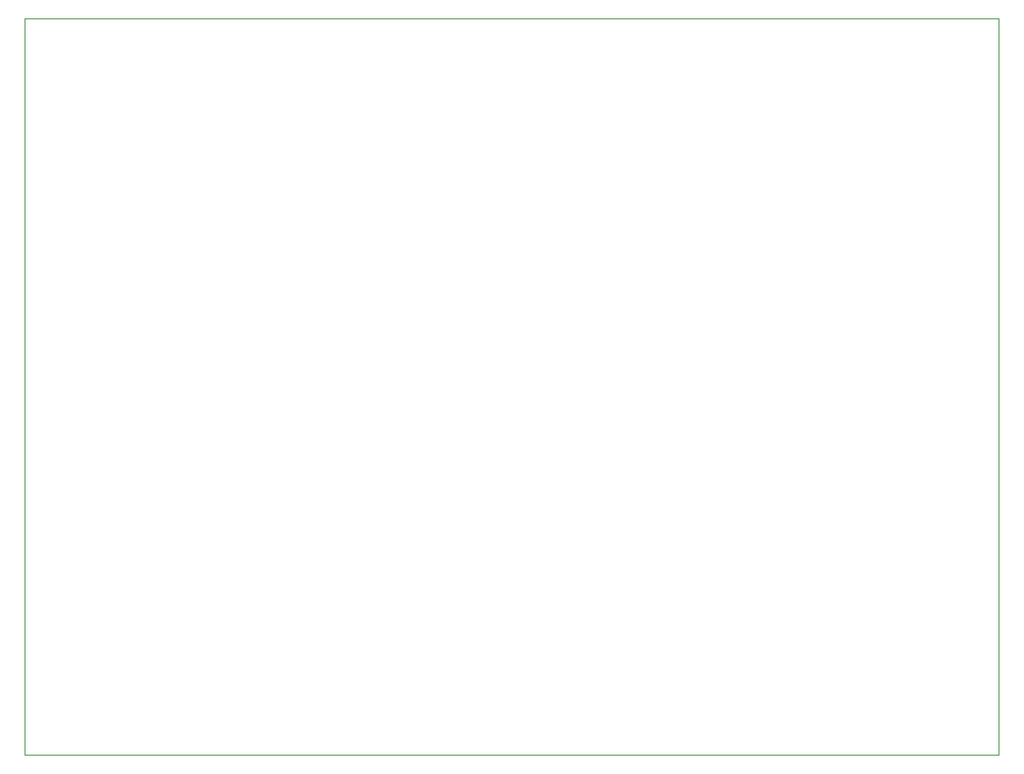
<source format=gbr>
%TF.GenerationSoftware,KiCad,Pcbnew,(5.1.6)-1*%
%TF.CreationDate,2020-10-31T17:29:23-04:00*%
%TF.ProjectId,controlboard,636f6e74-726f-46c6-926f-6172642e6b69,rev?*%
%TF.SameCoordinates,Original*%
%TF.FileFunction,Profile,NP*%
%FSLAX46Y46*%
G04 Gerber Fmt 4.6, Leading zero omitted, Abs format (unit mm)*
G04 Created by KiCad (PCBNEW (5.1.6)-1) date 2020-10-31 17:29:23*
%MOMM*%
%LPD*%
G01*
G04 APERTURE LIST*
%TA.AperFunction,Profile*%
%ADD10C,0.100000*%
%TD*%
G04 APERTURE END LIST*
D10*
X101600000Y-10160000D02*
X101600000Y-81280000D01*
X7620000Y-10160000D02*
X101600000Y-10160000D01*
X7620000Y-81280000D02*
X7620000Y-10160000D01*
X101600000Y-81280000D02*
X7620000Y-81280000D01*
M02*

</source>
